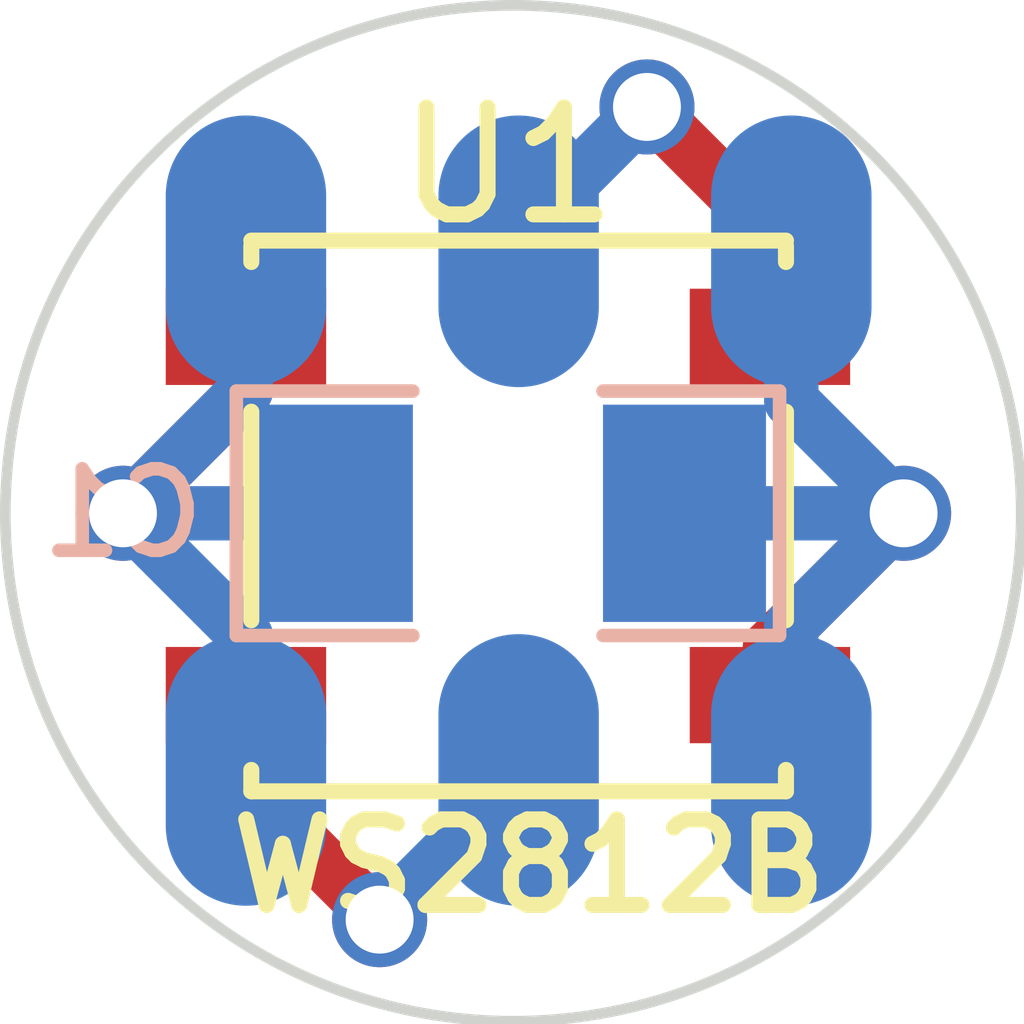
<source format=kicad_pcb>
(kicad_pcb (version 3) (host pcbnew "(2013-07-07 BZR 4022)-stable")

  (general
    (links 8)
    (no_connects 0)
    (area 164.199999 117.199999 173.800001 126.800001)
    (thickness 1.6)
    (drawings 1)
    (tracks 27)
    (zones 0)
    (modules 4)
    (nets 5)
  )

  (page A3)
  (layers
    (15 F.Cu signal)
    (0 B.Cu signal)
    (16 B.Adhes user)
    (17 F.Adhes user)
    (18 B.Paste user)
    (19 F.Paste user)
    (20 B.SilkS user hide)
    (21 F.SilkS user)
    (22 B.Mask user)
    (23 F.Mask user)
    (24 Dwgs.User user)
    (25 Cmts.User user)
    (26 Eco1.User user)
    (27 Eco2.User user)
    (28 Edge.Cuts user)
  )

  (setup
    (last_trace_width 0.508)
    (user_trace_width 0.508)
    (trace_clearance 0.254)
    (zone_clearance 0.508)
    (zone_45_only no)
    (trace_min 0.254)
    (segment_width 0.2)
    (edge_width 0.1)
    (via_size 0.889)
    (via_drill 0.635)
    (via_min_size 0.5)
    (via_min_drill 0.3)
    (user_via 0.5 0.3)
    (uvia_size 0.508)
    (uvia_drill 0.127)
    (uvias_allowed no)
    (uvia_min_size 0.508)
    (uvia_min_drill 0.127)
    (pcb_text_width 0.3)
    (pcb_text_size 1.5 1.5)
    (mod_edge_width 0.15)
    (mod_text_size 1 1)
    (mod_text_width 0.15)
    (pad_size 1.5 0.9)
    (pad_drill 0)
    (pad_to_mask_clearance 0)
    (aux_axis_origin 0 0)
    (visible_elements 7FFFFFFF)
    (pcbplotparams
      (layerselection 3178497)
      (usegerberextensions true)
      (excludeedgelayer true)
      (linewidth 0.150000)
      (plotframeref false)
      (viasonmask false)
      (mode 1)
      (useauxorigin false)
      (hpglpennumber 1)
      (hpglpenspeed 20)
      (hpglpendiameter 15)
      (hpglpenoverlay 2)
      (psnegative false)
      (psa4output false)
      (plotreference true)
      (plotvalue true)
      (plotothertext true)
      (plotinvisibletext false)
      (padsonsilk false)
      (subtractmaskfromsilk false)
      (outputformat 1)
      (mirror false)
      (drillshape 1)
      (scaleselection 1)
      (outputdirectory ""))
  )

  (net 0 "")
  (net 1 +5V)
  (net 2 GND)
  (net 3 Input)
  (net 4 Output)

  (net_class Default "This is the default net class."
    (clearance 0.254)
    (trace_width 0.254)
    (via_dia 0.889)
    (via_drill 0.635)
    (uvia_dia 0.508)
    (uvia_drill 0.127)
    (add_net "")
    (add_net +5V)
    (add_net GND)
    (add_net Input)
    (add_net Output)
  )

  (module SM1206 (layer B.Cu) (tedit 52A58886) (tstamp 52A57FFC)
    (at 168.95 122)
    (path /52A38ED5)
    (attr smd)
    (fp_text reference C1 (at -3.6 0) (layer B.SilkS)
      (effects (font (size 0.762 0.762) (thickness 0.127)) (justify mirror))
    )
    (fp_text value C (at 0 0) (layer B.SilkS) hide
      (effects (font (size 0.762 0.762) (thickness 0.127)) (justify mirror))
    )
    (fp_line (start -2.54 1.143) (end -2.54 -1.143) (layer B.SilkS) (width 0.127))
    (fp_line (start -2.54 -1.143) (end -0.889 -1.143) (layer B.SilkS) (width 0.127))
    (fp_line (start 0.889 1.143) (end 2.54 1.143) (layer B.SilkS) (width 0.127))
    (fp_line (start 2.54 1.143) (end 2.54 -1.143) (layer B.SilkS) (width 0.127))
    (fp_line (start 2.54 -1.143) (end 0.889 -1.143) (layer B.SilkS) (width 0.127))
    (fp_line (start -0.889 1.143) (end -2.54 1.143) (layer B.SilkS) (width 0.127))
    (pad 1 smd rect (at -1.651 0) (size 1.524 2.032)
      (layers B.Cu B.Paste B.Mask)
      (net 1 +5V)
    )
    (pad 2 smd rect (at 1.651 0) (size 1.524 2.032)
      (layers B.Cu B.Paste B.Mask)
      (net 2 GND)
    )
    (model smd/chip_cms.wrl
      (at (xyz 0 0 0))
      (scale (xyz 0.17 0.16 0.16))
      (rotate (xyz 0 0 0))
    )
  )

  (module 3X_Pads (layer B.Cu) (tedit 52A57F5C) (tstamp 52A58003)
    (at 169.05 119.55 270)
    (path /52A38F98)
    (fp_text reference K1 (at 0 4.25 270) (layer B.SilkS) hide
      (effects (font (size 1 1) (thickness 0.15)) (justify mirror))
    )
    (fp_text value CONN_3 (at 0.25 -4.4 270) (layer B.SilkS) hide
      (effects (font (size 1 1) (thickness 0.15)) (justify mirror))
    )
    (pad 2 smd oval (at 0 0 270) (size 2.54 1.5)
      (layers B.Cu B.Paste B.Mask)
      (net 3 Input)
    )
    (pad 3 smd oval (at 0 -2.55 270) (size 2.54 1.5)
      (layers B.Cu B.Paste B.Mask)
      (net 2 GND)
    )
    (pad 1 smd oval (at 0 2.55 270) (size 2.54 1.5)
      (layers B.Cu B.Paste B.Mask)
      (net 1 +5V)
    )
  )

  (module 3X_Pads (layer B.Cu) (tedit 52A57F5C) (tstamp 52A5800A)
    (at 169.05 124.4 270)
    (path /52A38FA7)
    (fp_text reference K2 (at 0 4.25 270) (layer B.SilkS) hide
      (effects (font (size 1 1) (thickness 0.15)) (justify mirror))
    )
    (fp_text value CONN_3 (at 0.25 -4.4 270) (layer B.SilkS) hide
      (effects (font (size 1 1) (thickness 0.15)) (justify mirror))
    )
    (pad 2 smd oval (at 0 0 270) (size 2.54 1.5)
      (layers B.Cu B.Paste B.Mask)
      (net 4 Output)
    )
    (pad 3 smd oval (at 0 -2.55 270) (size 2.54 1.5)
      (layers B.Cu B.Paste B.Mask)
      (net 2 GND)
    )
    (pad 1 smd oval (at 0 2.55 270) (size 2.54 1.5)
      (layers B.Cu B.Paste B.Mask)
      (net 1 +5V)
    )
  )

  (module WS2812B (layer F.Cu) (tedit 52A7009D) (tstamp 52A6FE1E)
    (at 166.5 120.35)
    (path /52A38E96)
    (fp_text reference U1 (at 2.45 -1.6) (layer F.SilkS)
      (effects (font (size 1 1) (thickness 0.15)))
    )
    (fp_text value WS2812B (at 2.65 4.95) (layer F.SilkS)
      (effects (font (size 0.8 0.8) (thickness 0.15)))
    )
    (fp_line (start 0.05 4.05) (end 0.05 4.25) (layer F.SilkS) (width 0.15))
    (fp_line (start 0.05 4.25) (end 5.05 4.25) (layer F.SilkS) (width 0.15))
    (fp_line (start 5.05 4.25) (end 5.05 4.05) (layer F.SilkS) (width 0.15))
    (fp_line (start 0.05 2.65) (end 0.05 0.7) (layer F.SilkS) (width 0.15))
    (fp_line (start 0.05 -0.9) (end 5.05 -0.9) (layer F.SilkS) (width 0.15))
    (fp_line (start 0.05 -0.7) (end 0.05 -0.85) (layer F.SilkS) (width 0.15))
    (fp_line (start 5.05 -0.85) (end 5.05 -0.7) (layer F.SilkS) (width 0.15))
    (fp_line (start 5.05 0.7) (end 5.05 2.65) (layer F.SilkS) (width 0.15))
    (pad 1 smd rect (at 0 0) (size 1.5 0.9)
      (layers F.Cu F.Paste F.Mask)
      (net 1 +5V)
    )
    (pad 2 smd rect (at 0 3.35) (size 1.5 0.9)
      (layers F.Cu F.Paste F.Mask)
      (net 4 Output)
    )
    (pad 4 smd rect (at 4.9 0) (size 1.5 0.9)
      (layers F.Cu F.Paste F.Mask)
      (net 3 Input)
    )
    (pad 3 smd rect (at 4.9 3.35) (size 1.5 0.9)
      (layers F.Cu F.Paste F.Mask)
      (net 2 GND)
    )
  )

  (gr_circle (center 169 122) (end 164.25 122) (layer Edge.Cuts) (width 0.1))

  (segment (start 166.5 119.55) (end 166.5 120.85) (width 0.508) (layer B.Cu) (net 1))
  (segment (start 166.5 120.85) (end 165.35 122) (width 0.508) (layer B.Cu) (net 1) (tstamp 52A6FFD0))
  (segment (start 166.5 124.4) (end 166.5 123.15) (width 0.508) (layer B.Cu) (net 1))
  (segment (start 166.5 123.15) (end 165.35 122) (width 0.508) (layer B.Cu) (net 1) (tstamp 52A6FFCC))
  (via (at 165.35 122) (size 0.889) (layers F.Cu B.Cu) (net 1))
  (segment (start 166.5 120.35) (end 166.5 120.85) (width 0.508) (layer F.Cu) (net 1) (tstamp 52A6FF02))
  (segment (start 166.5 120.85) (end 165.35 122) (width 0.508) (layer F.Cu) (net 1) (tstamp 52A6FF01))
  (segment (start 167.299 122) (end 165.35 122) (width 0.508) (layer B.Cu) (net 1))
  (segment (start 171.6 119.55) (end 171.6 120.95) (width 0.508) (layer B.Cu) (net 2))
  (segment (start 171.6 120.95) (end 172.65 122) (width 0.508) (layer B.Cu) (net 2) (tstamp 52A6FFC7))
  (segment (start 171.6 124.4) (end 171.6 123.05) (width 0.508) (layer B.Cu) (net 2))
  (segment (start 171.6 123.05) (end 172.65 122) (width 0.508) (layer B.Cu) (net 2) (tstamp 52A6FFC3))
  (segment (start 170.601 122) (end 172.65 122) (width 0.508) (layer B.Cu) (net 2))
  (segment (start 171.4 123.25) (end 171.4 123.7) (width 0.508) (layer F.Cu) (net 2) (tstamp 52A6FE6F))
  (segment (start 172.65 122) (end 171.4 123.25) (width 0.508) (layer F.Cu) (net 2) (tstamp 52A6FE6E))
  (via (at 172.65 122) (size 0.889) (layers F.Cu B.Cu) (net 2))
  (segment (start 170.551 122.05) (end 170.501 122) (width 0.508) (layer B.Cu) (net 2) (tstamp 52A58810))
  (segment (start 169.05 119.55) (end 169.05 119.4) (width 0.508) (layer B.Cu) (net 3))
  (segment (start 171.4 119.35) (end 171.4 120.35) (width 0.508) (layer F.Cu) (net 3) (tstamp 52A6FFB6))
  (segment (start 170.25 118.2) (end 171.4 119.35) (width 0.508) (layer F.Cu) (net 3) (tstamp 52A6FFB5))
  (via (at 170.25 118.2) (size 0.889) (layers F.Cu B.Cu) (net 3))
  (segment (start 169.05 119.4) (end 170.25 118.2) (width 0.508) (layer B.Cu) (net 3) (tstamp 52A6FFB2))
  (segment (start 169.05 124.4) (end 169.05 124.5) (width 0.508) (layer B.Cu) (net 4))
  (segment (start 166.5 124.55) (end 166.5 123.7) (width 0.508) (layer F.Cu) (net 4) (tstamp 52A6FFC0))
  (segment (start 167.75 125.8) (end 166.5 124.55) (width 0.508) (layer F.Cu) (net 4) (tstamp 52A6FFBF))
  (via (at 167.75 125.8) (size 0.889) (layers F.Cu B.Cu) (net 4))
  (segment (start 169.05 124.5) (end 167.75 125.8) (width 0.508) (layer B.Cu) (net 4) (tstamp 52A6FFBB))

)

</source>
